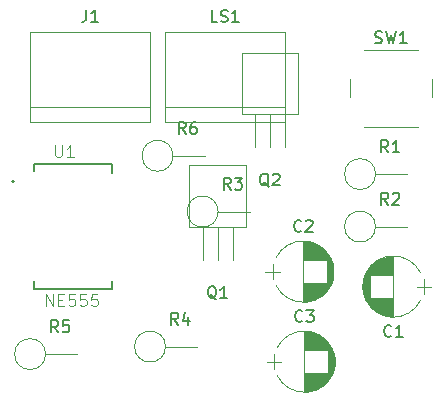
<source format=gto>
G04 #@! TF.GenerationSoftware,KiCad,Pcbnew,(5.1.2)-2*
G04 #@! TF.CreationDate,2019-08-24T13:29:16+07:00*
G04 #@! TF.ProjectId,siren_sound,73697265-6e5f-4736-9f75-6e642e6b6963,rev?*
G04 #@! TF.SameCoordinates,Original*
G04 #@! TF.FileFunction,Legend,Top*
G04 #@! TF.FilePolarity,Positive*
%FSLAX46Y46*%
G04 Gerber Fmt 4.6, Leading zero omitted, Abs format (unit mm)*
G04 Created by KiCad (PCBNEW (5.1.2)-2) date 2019-08-24 13:29:16*
%MOMM*%
%LPD*%
G04 APERTURE LIST*
%ADD10C,0.120000*%
%ADD11C,0.127000*%
%ADD12C,0.200000*%
%ADD13C,0.150000*%
%ADD14C,0.050000*%
G04 APERTURE END LIST*
D10*
X62865000Y-87630000D02*
X52705000Y-87630000D01*
X62865000Y-88900000D02*
X62865000Y-81280000D01*
X62865000Y-81280000D02*
X52705000Y-81280000D01*
X52705000Y-81280000D02*
X52705000Y-88900000D01*
X52705000Y-88900000D02*
X62865000Y-88900000D01*
X64135000Y-88900000D02*
X74295000Y-88900000D01*
X64135000Y-81280000D02*
X64135000Y-88900000D01*
X74295000Y-81280000D02*
X64135000Y-81280000D01*
X74295000Y-88900000D02*
X74295000Y-81280000D01*
X74295000Y-87630000D02*
X64135000Y-87630000D01*
X70625000Y-83075000D02*
X70625000Y-88265000D01*
X75425000Y-83075000D02*
X70625000Y-83075000D01*
X75425000Y-88265000D02*
X75425000Y-83075000D01*
X70625000Y-88265000D02*
X75425000Y-88265000D01*
X74295000Y-91055000D02*
X74295000Y-88265000D01*
X73025000Y-91055000D02*
X73025000Y-88265000D01*
X71755000Y-91055000D02*
X71755000Y-88265000D01*
X81955000Y-93345000D02*
G75*
G03X81955000Y-93345000I-1310000J0D01*
G01*
X81955000Y-93345000D02*
X84625000Y-93345000D01*
X64810000Y-91795001D02*
G75*
G03X64810000Y-91795001I-1310000J0D01*
G01*
X64810000Y-91795001D02*
X67480000Y-91795001D01*
X86760000Y-86820000D02*
X86760000Y-85320000D01*
X85510000Y-82820000D02*
X81010000Y-82820000D01*
X79760000Y-85320000D02*
X79760000Y-86820000D01*
X81010000Y-89320000D02*
X85510000Y-89320000D01*
D11*
X59655000Y-93290000D02*
X59655000Y-92490000D01*
X59655000Y-92490000D02*
X53055000Y-92490000D01*
X53055000Y-92490000D02*
X53055000Y-93090000D01*
X53055000Y-102390000D02*
X53055000Y-103090000D01*
X53055000Y-103090000D02*
X59655000Y-103090000D01*
X59655000Y-103090000D02*
X59655000Y-102390000D01*
D12*
X51355000Y-93990000D02*
G75*
G03X51355000Y-93990000I-100000J0D01*
G01*
D10*
X86055000Y-103520000D02*
X86055000Y-102220000D01*
X86655000Y-102870000D02*
X85455000Y-102870000D01*
X80894000Y-103224000D02*
X80894000Y-102516000D01*
X80934000Y-103429000D02*
X80934000Y-102311000D01*
X80974000Y-103577000D02*
X80974000Y-102163000D01*
X81014000Y-103699000D02*
X81014000Y-102041000D01*
X81054000Y-103804000D02*
X81054000Y-101936000D01*
X81094000Y-103898000D02*
X81094000Y-101842000D01*
X81134000Y-103982000D02*
X81134000Y-101758000D01*
X81174000Y-104059000D02*
X81174000Y-101681000D01*
X81214000Y-104131000D02*
X81214000Y-101609000D01*
X81254000Y-104197000D02*
X81254000Y-101543000D01*
X81294000Y-104260000D02*
X81294000Y-101480000D01*
X81334000Y-104318000D02*
X81334000Y-101422000D01*
X81374000Y-104374000D02*
X81374000Y-101366000D01*
X81414000Y-104426000D02*
X81414000Y-101314000D01*
X81454000Y-104476000D02*
X81454000Y-101264000D01*
X81494000Y-101890000D02*
X81494000Y-101216000D01*
X81494000Y-104524000D02*
X81494000Y-103850000D01*
X81534000Y-101890000D02*
X81534000Y-101171000D01*
X81534000Y-104569000D02*
X81534000Y-103850000D01*
X81574000Y-101890000D02*
X81574000Y-101128000D01*
X81574000Y-104612000D02*
X81574000Y-103850000D01*
X81614000Y-101890000D02*
X81614000Y-101087000D01*
X81614000Y-104653000D02*
X81614000Y-103850000D01*
X81654000Y-101890000D02*
X81654000Y-101047000D01*
X81654000Y-104693000D02*
X81654000Y-103850000D01*
X81694000Y-101890000D02*
X81694000Y-101009000D01*
X81694000Y-104731000D02*
X81694000Y-103850000D01*
X81734000Y-101890000D02*
X81734000Y-100973000D01*
X81734000Y-104767000D02*
X81734000Y-103850000D01*
X81774000Y-101890000D02*
X81774000Y-100938000D01*
X81774000Y-104802000D02*
X81774000Y-103850000D01*
X81814000Y-101890000D02*
X81814000Y-100905000D01*
X81814000Y-104835000D02*
X81814000Y-103850000D01*
X81854000Y-101890000D02*
X81854000Y-100873000D01*
X81854000Y-104867000D02*
X81854000Y-103850000D01*
X81894000Y-101890000D02*
X81894000Y-100842000D01*
X81894000Y-104898000D02*
X81894000Y-103850000D01*
X81934000Y-101890000D02*
X81934000Y-100812000D01*
X81934000Y-104928000D02*
X81934000Y-103850000D01*
X81974000Y-101890000D02*
X81974000Y-100784000D01*
X81974000Y-104956000D02*
X81974000Y-103850000D01*
X82014000Y-101890000D02*
X82014000Y-100757000D01*
X82014000Y-104983000D02*
X82014000Y-103850000D01*
X82054000Y-101890000D02*
X82054000Y-100730000D01*
X82054000Y-105010000D02*
X82054000Y-103850000D01*
X82094000Y-101890000D02*
X82094000Y-100705000D01*
X82094000Y-105035000D02*
X82094000Y-103850000D01*
X82134000Y-101890000D02*
X82134000Y-100681000D01*
X82134000Y-105059000D02*
X82134000Y-103850000D01*
X82174000Y-101890000D02*
X82174000Y-100658000D01*
X82174000Y-105082000D02*
X82174000Y-103850000D01*
X82214000Y-101890000D02*
X82214000Y-100636000D01*
X82214000Y-105104000D02*
X82214000Y-103850000D01*
X82254000Y-101890000D02*
X82254000Y-100614000D01*
X82254000Y-105126000D02*
X82254000Y-103850000D01*
X82294000Y-101890000D02*
X82294000Y-100594000D01*
X82294000Y-105146000D02*
X82294000Y-103850000D01*
X82334000Y-101890000D02*
X82334000Y-100574000D01*
X82334000Y-105166000D02*
X82334000Y-103850000D01*
X82374000Y-101890000D02*
X82374000Y-100555000D01*
X82374000Y-105185000D02*
X82374000Y-103850000D01*
X82414000Y-101890000D02*
X82414000Y-100537000D01*
X82414000Y-105203000D02*
X82414000Y-103850000D01*
X82454000Y-101890000D02*
X82454000Y-100520000D01*
X82454000Y-105220000D02*
X82454000Y-103850000D01*
X82494000Y-101890000D02*
X82494000Y-100504000D01*
X82494000Y-105236000D02*
X82494000Y-103850000D01*
X82534000Y-101890000D02*
X82534000Y-100488000D01*
X82534000Y-105252000D02*
X82534000Y-103850000D01*
X82574000Y-101890000D02*
X82574000Y-100474000D01*
X82574000Y-105266000D02*
X82574000Y-103850000D01*
X82614000Y-101890000D02*
X82614000Y-100460000D01*
X82614000Y-105280000D02*
X82614000Y-103850000D01*
X82654000Y-101890000D02*
X82654000Y-100446000D01*
X82654000Y-105294000D02*
X82654000Y-103850000D01*
X82694000Y-101890000D02*
X82694000Y-100434000D01*
X82694000Y-105306000D02*
X82694000Y-103850000D01*
X82734000Y-101890000D02*
X82734000Y-100422000D01*
X82734000Y-105318000D02*
X82734000Y-103850000D01*
X82775000Y-101890000D02*
X82775000Y-100410000D01*
X82775000Y-105330000D02*
X82775000Y-103850000D01*
X82815000Y-101890000D02*
X82815000Y-100400000D01*
X82815000Y-105340000D02*
X82815000Y-103850000D01*
X82855000Y-101890000D02*
X82855000Y-100390000D01*
X82855000Y-105350000D02*
X82855000Y-103850000D01*
X82895000Y-101890000D02*
X82895000Y-100381000D01*
X82895000Y-105359000D02*
X82895000Y-103850000D01*
X82935000Y-101890000D02*
X82935000Y-100372000D01*
X82935000Y-105368000D02*
X82935000Y-103850000D01*
X82975000Y-101890000D02*
X82975000Y-100364000D01*
X82975000Y-105376000D02*
X82975000Y-103850000D01*
X83015000Y-101890000D02*
X83015000Y-100357000D01*
X83015000Y-105383000D02*
X83015000Y-103850000D01*
X83055000Y-101890000D02*
X83055000Y-100351000D01*
X83055000Y-105389000D02*
X83055000Y-103850000D01*
X83095000Y-101890000D02*
X83095000Y-100345000D01*
X83095000Y-105395000D02*
X83095000Y-103850000D01*
X83135000Y-101890000D02*
X83135000Y-100339000D01*
X83135000Y-105401000D02*
X83135000Y-103850000D01*
X83175000Y-101890000D02*
X83175000Y-100335000D01*
X83175000Y-105405000D02*
X83175000Y-103850000D01*
X83215000Y-101890000D02*
X83215000Y-100331000D01*
X83215000Y-105409000D02*
X83215000Y-103850000D01*
X83255000Y-101890000D02*
X83255000Y-100327000D01*
X83255000Y-105413000D02*
X83255000Y-103850000D01*
X83295000Y-101890000D02*
X83295000Y-100324000D01*
X83295000Y-105416000D02*
X83295000Y-103850000D01*
X83335000Y-101890000D02*
X83335000Y-100322000D01*
X83335000Y-105418000D02*
X83335000Y-103850000D01*
X83375000Y-101890000D02*
X83375000Y-100321000D01*
X83375000Y-105419000D02*
X83375000Y-103850000D01*
X83415000Y-101890000D02*
X83415000Y-100320000D01*
X83415000Y-105420000D02*
X83415000Y-103850000D01*
X83455000Y-105420000D02*
X83455000Y-100320000D01*
X81149278Y-101690277D02*
G75*
G03X81149420Y-104050000I2305722J-1179723D01*
G01*
X81149278Y-101690277D02*
G75*
G02X85760580Y-101690000I2305722J-1179723D01*
G01*
X81149278Y-104049723D02*
G75*
G03X85760580Y-104050000I2305722J1179723D01*
G01*
X78140722Y-100420277D02*
G75*
G03X73529420Y-100420000I-2305722J-1179723D01*
G01*
X78140722Y-102779723D02*
G75*
G02X73529420Y-102780000I-2305722J1179723D01*
G01*
X78140722Y-102779723D02*
G75*
G03X78140580Y-100420000I-2305722J1179723D01*
G01*
X75835000Y-99050000D02*
X75835000Y-104150000D01*
X75875000Y-99050000D02*
X75875000Y-100620000D01*
X75875000Y-102580000D02*
X75875000Y-104150000D01*
X75915000Y-99051000D02*
X75915000Y-100620000D01*
X75915000Y-102580000D02*
X75915000Y-104149000D01*
X75955000Y-99052000D02*
X75955000Y-100620000D01*
X75955000Y-102580000D02*
X75955000Y-104148000D01*
X75995000Y-99054000D02*
X75995000Y-100620000D01*
X75995000Y-102580000D02*
X75995000Y-104146000D01*
X76035000Y-99057000D02*
X76035000Y-100620000D01*
X76035000Y-102580000D02*
X76035000Y-104143000D01*
X76075000Y-99061000D02*
X76075000Y-100620000D01*
X76075000Y-102580000D02*
X76075000Y-104139000D01*
X76115000Y-99065000D02*
X76115000Y-100620000D01*
X76115000Y-102580000D02*
X76115000Y-104135000D01*
X76155000Y-99069000D02*
X76155000Y-100620000D01*
X76155000Y-102580000D02*
X76155000Y-104131000D01*
X76195000Y-99075000D02*
X76195000Y-100620000D01*
X76195000Y-102580000D02*
X76195000Y-104125000D01*
X76235000Y-99081000D02*
X76235000Y-100620000D01*
X76235000Y-102580000D02*
X76235000Y-104119000D01*
X76275000Y-99087000D02*
X76275000Y-100620000D01*
X76275000Y-102580000D02*
X76275000Y-104113000D01*
X76315000Y-99094000D02*
X76315000Y-100620000D01*
X76315000Y-102580000D02*
X76315000Y-104106000D01*
X76355000Y-99102000D02*
X76355000Y-100620000D01*
X76355000Y-102580000D02*
X76355000Y-104098000D01*
X76395000Y-99111000D02*
X76395000Y-100620000D01*
X76395000Y-102580000D02*
X76395000Y-104089000D01*
X76435000Y-99120000D02*
X76435000Y-100620000D01*
X76435000Y-102580000D02*
X76435000Y-104080000D01*
X76475000Y-99130000D02*
X76475000Y-100620000D01*
X76475000Y-102580000D02*
X76475000Y-104070000D01*
X76515000Y-99140000D02*
X76515000Y-100620000D01*
X76515000Y-102580000D02*
X76515000Y-104060000D01*
X76556000Y-99152000D02*
X76556000Y-100620000D01*
X76556000Y-102580000D02*
X76556000Y-104048000D01*
X76596000Y-99164000D02*
X76596000Y-100620000D01*
X76596000Y-102580000D02*
X76596000Y-104036000D01*
X76636000Y-99176000D02*
X76636000Y-100620000D01*
X76636000Y-102580000D02*
X76636000Y-104024000D01*
X76676000Y-99190000D02*
X76676000Y-100620000D01*
X76676000Y-102580000D02*
X76676000Y-104010000D01*
X76716000Y-99204000D02*
X76716000Y-100620000D01*
X76716000Y-102580000D02*
X76716000Y-103996000D01*
X76756000Y-99218000D02*
X76756000Y-100620000D01*
X76756000Y-102580000D02*
X76756000Y-103982000D01*
X76796000Y-99234000D02*
X76796000Y-100620000D01*
X76796000Y-102580000D02*
X76796000Y-103966000D01*
X76836000Y-99250000D02*
X76836000Y-100620000D01*
X76836000Y-102580000D02*
X76836000Y-103950000D01*
X76876000Y-99267000D02*
X76876000Y-100620000D01*
X76876000Y-102580000D02*
X76876000Y-103933000D01*
X76916000Y-99285000D02*
X76916000Y-100620000D01*
X76916000Y-102580000D02*
X76916000Y-103915000D01*
X76956000Y-99304000D02*
X76956000Y-100620000D01*
X76956000Y-102580000D02*
X76956000Y-103896000D01*
X76996000Y-99324000D02*
X76996000Y-100620000D01*
X76996000Y-102580000D02*
X76996000Y-103876000D01*
X77036000Y-99344000D02*
X77036000Y-100620000D01*
X77036000Y-102580000D02*
X77036000Y-103856000D01*
X77076000Y-99366000D02*
X77076000Y-100620000D01*
X77076000Y-102580000D02*
X77076000Y-103834000D01*
X77116000Y-99388000D02*
X77116000Y-100620000D01*
X77116000Y-102580000D02*
X77116000Y-103812000D01*
X77156000Y-99411000D02*
X77156000Y-100620000D01*
X77156000Y-102580000D02*
X77156000Y-103789000D01*
X77196000Y-99435000D02*
X77196000Y-100620000D01*
X77196000Y-102580000D02*
X77196000Y-103765000D01*
X77236000Y-99460000D02*
X77236000Y-100620000D01*
X77236000Y-102580000D02*
X77236000Y-103740000D01*
X77276000Y-99487000D02*
X77276000Y-100620000D01*
X77276000Y-102580000D02*
X77276000Y-103713000D01*
X77316000Y-99514000D02*
X77316000Y-100620000D01*
X77316000Y-102580000D02*
X77316000Y-103686000D01*
X77356000Y-99542000D02*
X77356000Y-100620000D01*
X77356000Y-102580000D02*
X77356000Y-103658000D01*
X77396000Y-99572000D02*
X77396000Y-100620000D01*
X77396000Y-102580000D02*
X77396000Y-103628000D01*
X77436000Y-99603000D02*
X77436000Y-100620000D01*
X77436000Y-102580000D02*
X77436000Y-103597000D01*
X77476000Y-99635000D02*
X77476000Y-100620000D01*
X77476000Y-102580000D02*
X77476000Y-103565000D01*
X77516000Y-99668000D02*
X77516000Y-100620000D01*
X77516000Y-102580000D02*
X77516000Y-103532000D01*
X77556000Y-99703000D02*
X77556000Y-100620000D01*
X77556000Y-102580000D02*
X77556000Y-103497000D01*
X77596000Y-99739000D02*
X77596000Y-100620000D01*
X77596000Y-102580000D02*
X77596000Y-103461000D01*
X77636000Y-99777000D02*
X77636000Y-100620000D01*
X77636000Y-102580000D02*
X77636000Y-103423000D01*
X77676000Y-99817000D02*
X77676000Y-100620000D01*
X77676000Y-102580000D02*
X77676000Y-103383000D01*
X77716000Y-99858000D02*
X77716000Y-100620000D01*
X77716000Y-102580000D02*
X77716000Y-103342000D01*
X77756000Y-99901000D02*
X77756000Y-100620000D01*
X77756000Y-102580000D02*
X77756000Y-103299000D01*
X77796000Y-99946000D02*
X77796000Y-100620000D01*
X77796000Y-102580000D02*
X77796000Y-103254000D01*
X77836000Y-99994000D02*
X77836000Y-103206000D01*
X77876000Y-100044000D02*
X77876000Y-103156000D01*
X77916000Y-100096000D02*
X77916000Y-103104000D01*
X77956000Y-100152000D02*
X77956000Y-103048000D01*
X77996000Y-100210000D02*
X77996000Y-102990000D01*
X78036000Y-100273000D02*
X78036000Y-102927000D01*
X78076000Y-100339000D02*
X78076000Y-102861000D01*
X78116000Y-100411000D02*
X78116000Y-102789000D01*
X78156000Y-100488000D02*
X78156000Y-102712000D01*
X78196000Y-100572000D02*
X78196000Y-102628000D01*
X78236000Y-100666000D02*
X78236000Y-102534000D01*
X78276000Y-100771000D02*
X78276000Y-102429000D01*
X78316000Y-100893000D02*
X78316000Y-102307000D01*
X78356000Y-101041000D02*
X78356000Y-102159000D01*
X78396000Y-101246000D02*
X78396000Y-101954000D01*
X72635000Y-101600000D02*
X73835000Y-101600000D01*
X73235000Y-100950000D02*
X73235000Y-102250000D01*
X73330000Y-108570000D02*
X73330000Y-109870000D01*
X72730000Y-109220000D02*
X73930000Y-109220000D01*
X78491000Y-108866000D02*
X78491000Y-109574000D01*
X78451000Y-108661000D02*
X78451000Y-109779000D01*
X78411000Y-108513000D02*
X78411000Y-109927000D01*
X78371000Y-108391000D02*
X78371000Y-110049000D01*
X78331000Y-108286000D02*
X78331000Y-110154000D01*
X78291000Y-108192000D02*
X78291000Y-110248000D01*
X78251000Y-108108000D02*
X78251000Y-110332000D01*
X78211000Y-108031000D02*
X78211000Y-110409000D01*
X78171000Y-107959000D02*
X78171000Y-110481000D01*
X78131000Y-107893000D02*
X78131000Y-110547000D01*
X78091000Y-107830000D02*
X78091000Y-110610000D01*
X78051000Y-107772000D02*
X78051000Y-110668000D01*
X78011000Y-107716000D02*
X78011000Y-110724000D01*
X77971000Y-107664000D02*
X77971000Y-110776000D01*
X77931000Y-107614000D02*
X77931000Y-110826000D01*
X77891000Y-110200000D02*
X77891000Y-110874000D01*
X77891000Y-107566000D02*
X77891000Y-108240000D01*
X77851000Y-110200000D02*
X77851000Y-110919000D01*
X77851000Y-107521000D02*
X77851000Y-108240000D01*
X77811000Y-110200000D02*
X77811000Y-110962000D01*
X77811000Y-107478000D02*
X77811000Y-108240000D01*
X77771000Y-110200000D02*
X77771000Y-111003000D01*
X77771000Y-107437000D02*
X77771000Y-108240000D01*
X77731000Y-110200000D02*
X77731000Y-111043000D01*
X77731000Y-107397000D02*
X77731000Y-108240000D01*
X77691000Y-110200000D02*
X77691000Y-111081000D01*
X77691000Y-107359000D02*
X77691000Y-108240000D01*
X77651000Y-110200000D02*
X77651000Y-111117000D01*
X77651000Y-107323000D02*
X77651000Y-108240000D01*
X77611000Y-110200000D02*
X77611000Y-111152000D01*
X77611000Y-107288000D02*
X77611000Y-108240000D01*
X77571000Y-110200000D02*
X77571000Y-111185000D01*
X77571000Y-107255000D02*
X77571000Y-108240000D01*
X77531000Y-110200000D02*
X77531000Y-111217000D01*
X77531000Y-107223000D02*
X77531000Y-108240000D01*
X77491000Y-110200000D02*
X77491000Y-111248000D01*
X77491000Y-107192000D02*
X77491000Y-108240000D01*
X77451000Y-110200000D02*
X77451000Y-111278000D01*
X77451000Y-107162000D02*
X77451000Y-108240000D01*
X77411000Y-110200000D02*
X77411000Y-111306000D01*
X77411000Y-107134000D02*
X77411000Y-108240000D01*
X77371000Y-110200000D02*
X77371000Y-111333000D01*
X77371000Y-107107000D02*
X77371000Y-108240000D01*
X77331000Y-110200000D02*
X77331000Y-111360000D01*
X77331000Y-107080000D02*
X77331000Y-108240000D01*
X77291000Y-110200000D02*
X77291000Y-111385000D01*
X77291000Y-107055000D02*
X77291000Y-108240000D01*
X77251000Y-110200000D02*
X77251000Y-111409000D01*
X77251000Y-107031000D02*
X77251000Y-108240000D01*
X77211000Y-110200000D02*
X77211000Y-111432000D01*
X77211000Y-107008000D02*
X77211000Y-108240000D01*
X77171000Y-110200000D02*
X77171000Y-111454000D01*
X77171000Y-106986000D02*
X77171000Y-108240000D01*
X77131000Y-110200000D02*
X77131000Y-111476000D01*
X77131000Y-106964000D02*
X77131000Y-108240000D01*
X77091000Y-110200000D02*
X77091000Y-111496000D01*
X77091000Y-106944000D02*
X77091000Y-108240000D01*
X77051000Y-110200000D02*
X77051000Y-111516000D01*
X77051000Y-106924000D02*
X77051000Y-108240000D01*
X77011000Y-110200000D02*
X77011000Y-111535000D01*
X77011000Y-106905000D02*
X77011000Y-108240000D01*
X76971000Y-110200000D02*
X76971000Y-111553000D01*
X76971000Y-106887000D02*
X76971000Y-108240000D01*
X76931000Y-110200000D02*
X76931000Y-111570000D01*
X76931000Y-106870000D02*
X76931000Y-108240000D01*
X76891000Y-110200000D02*
X76891000Y-111586000D01*
X76891000Y-106854000D02*
X76891000Y-108240000D01*
X76851000Y-110200000D02*
X76851000Y-111602000D01*
X76851000Y-106838000D02*
X76851000Y-108240000D01*
X76811000Y-110200000D02*
X76811000Y-111616000D01*
X76811000Y-106824000D02*
X76811000Y-108240000D01*
X76771000Y-110200000D02*
X76771000Y-111630000D01*
X76771000Y-106810000D02*
X76771000Y-108240000D01*
X76731000Y-110200000D02*
X76731000Y-111644000D01*
X76731000Y-106796000D02*
X76731000Y-108240000D01*
X76691000Y-110200000D02*
X76691000Y-111656000D01*
X76691000Y-106784000D02*
X76691000Y-108240000D01*
X76651000Y-110200000D02*
X76651000Y-111668000D01*
X76651000Y-106772000D02*
X76651000Y-108240000D01*
X76610000Y-110200000D02*
X76610000Y-111680000D01*
X76610000Y-106760000D02*
X76610000Y-108240000D01*
X76570000Y-110200000D02*
X76570000Y-111690000D01*
X76570000Y-106750000D02*
X76570000Y-108240000D01*
X76530000Y-110200000D02*
X76530000Y-111700000D01*
X76530000Y-106740000D02*
X76530000Y-108240000D01*
X76490000Y-110200000D02*
X76490000Y-111709000D01*
X76490000Y-106731000D02*
X76490000Y-108240000D01*
X76450000Y-110200000D02*
X76450000Y-111718000D01*
X76450000Y-106722000D02*
X76450000Y-108240000D01*
X76410000Y-110200000D02*
X76410000Y-111726000D01*
X76410000Y-106714000D02*
X76410000Y-108240000D01*
X76370000Y-110200000D02*
X76370000Y-111733000D01*
X76370000Y-106707000D02*
X76370000Y-108240000D01*
X76330000Y-110200000D02*
X76330000Y-111739000D01*
X76330000Y-106701000D02*
X76330000Y-108240000D01*
X76290000Y-110200000D02*
X76290000Y-111745000D01*
X76290000Y-106695000D02*
X76290000Y-108240000D01*
X76250000Y-110200000D02*
X76250000Y-111751000D01*
X76250000Y-106689000D02*
X76250000Y-108240000D01*
X76210000Y-110200000D02*
X76210000Y-111755000D01*
X76210000Y-106685000D02*
X76210000Y-108240000D01*
X76170000Y-110200000D02*
X76170000Y-111759000D01*
X76170000Y-106681000D02*
X76170000Y-108240000D01*
X76130000Y-110200000D02*
X76130000Y-111763000D01*
X76130000Y-106677000D02*
X76130000Y-108240000D01*
X76090000Y-110200000D02*
X76090000Y-111766000D01*
X76090000Y-106674000D02*
X76090000Y-108240000D01*
X76050000Y-110200000D02*
X76050000Y-111768000D01*
X76050000Y-106672000D02*
X76050000Y-108240000D01*
X76010000Y-110200000D02*
X76010000Y-111769000D01*
X76010000Y-106671000D02*
X76010000Y-108240000D01*
X75970000Y-110200000D02*
X75970000Y-111770000D01*
X75970000Y-106670000D02*
X75970000Y-108240000D01*
X75930000Y-106670000D02*
X75930000Y-111770000D01*
X78235722Y-110399723D02*
G75*
G03X78235580Y-108040000I-2305722J1179723D01*
G01*
X78235722Y-110399723D02*
G75*
G02X73624420Y-110400000I-2305722J1179723D01*
G01*
X78235722Y-108040277D02*
G75*
G03X73624420Y-108040000I-2305722J-1179723D01*
G01*
X66180000Y-92600000D02*
X66180000Y-97790000D01*
X70980000Y-92600000D02*
X66180000Y-92600000D01*
X70980000Y-97790000D02*
X70980000Y-92600000D01*
X66180000Y-97790000D02*
X70980000Y-97790000D01*
X69850000Y-100580000D02*
X69850000Y-97790000D01*
X68580000Y-100580000D02*
X68580000Y-97790000D01*
X67310000Y-100580000D02*
X67310000Y-97790000D01*
X81955000Y-97790000D02*
G75*
G03X81955000Y-97790000I-1310000J0D01*
G01*
X81955000Y-97790000D02*
X84625000Y-97790000D01*
X68620000Y-96520000D02*
X71290000Y-96520000D01*
X68620000Y-96520000D02*
G75*
G03X68620000Y-96520000I-1310000J0D01*
G01*
X64175000Y-107950000D02*
G75*
G03X64175000Y-107950000I-1310000J0D01*
G01*
X64175000Y-107950000D02*
X66845000Y-107950000D01*
X54015000Y-108585000D02*
X56685000Y-108585000D01*
X54015000Y-108585000D02*
G75*
G03X54015000Y-108585000I-1310000J0D01*
G01*
D13*
X57451666Y-79462380D02*
X57451666Y-80176666D01*
X57404047Y-80319523D01*
X57308809Y-80414761D01*
X57165952Y-80462380D01*
X57070714Y-80462380D01*
X58451666Y-80462380D02*
X57880238Y-80462380D01*
X58165952Y-80462380D02*
X58165952Y-79462380D01*
X58070714Y-79605238D01*
X57975476Y-79700476D01*
X57880238Y-79748095D01*
X68572142Y-80462380D02*
X68095952Y-80462380D01*
X68095952Y-79462380D01*
X68857857Y-80414761D02*
X69000714Y-80462380D01*
X69238809Y-80462380D01*
X69334047Y-80414761D01*
X69381666Y-80367142D01*
X69429285Y-80271904D01*
X69429285Y-80176666D01*
X69381666Y-80081428D01*
X69334047Y-80033809D01*
X69238809Y-79986190D01*
X69048333Y-79938571D01*
X68953095Y-79890952D01*
X68905476Y-79843333D01*
X68857857Y-79748095D01*
X68857857Y-79652857D01*
X68905476Y-79557619D01*
X68953095Y-79510000D01*
X69048333Y-79462380D01*
X69286428Y-79462380D01*
X69429285Y-79510000D01*
X70381666Y-80462380D02*
X69810238Y-80462380D01*
X70095952Y-80462380D02*
X70095952Y-79462380D01*
X70000714Y-79605238D01*
X69905476Y-79700476D01*
X69810238Y-79748095D01*
X72929761Y-94402619D02*
X72834523Y-94355000D01*
X72739285Y-94259761D01*
X72596428Y-94116904D01*
X72501190Y-94069285D01*
X72405952Y-94069285D01*
X72453571Y-94307380D02*
X72358333Y-94259761D01*
X72263095Y-94164523D01*
X72215476Y-93974047D01*
X72215476Y-93640714D01*
X72263095Y-93450238D01*
X72358333Y-93355000D01*
X72453571Y-93307380D01*
X72644047Y-93307380D01*
X72739285Y-93355000D01*
X72834523Y-93450238D01*
X72882142Y-93640714D01*
X72882142Y-93974047D01*
X72834523Y-94164523D01*
X72739285Y-94259761D01*
X72644047Y-94307380D01*
X72453571Y-94307380D01*
X73263095Y-93402619D02*
X73310714Y-93355000D01*
X73405952Y-93307380D01*
X73644047Y-93307380D01*
X73739285Y-93355000D01*
X73786904Y-93402619D01*
X73834523Y-93497857D01*
X73834523Y-93593095D01*
X73786904Y-93735952D01*
X73215476Y-94307380D01*
X73834523Y-94307380D01*
X83018333Y-91487380D02*
X82685000Y-91011190D01*
X82446904Y-91487380D02*
X82446904Y-90487380D01*
X82827857Y-90487380D01*
X82923095Y-90535000D01*
X82970714Y-90582619D01*
X83018333Y-90677857D01*
X83018333Y-90820714D01*
X82970714Y-90915952D01*
X82923095Y-90963571D01*
X82827857Y-91011190D01*
X82446904Y-91011190D01*
X83970714Y-91487380D02*
X83399285Y-91487380D01*
X83685000Y-91487380D02*
X83685000Y-90487380D01*
X83589761Y-90630238D01*
X83494523Y-90725476D01*
X83399285Y-90773095D01*
X65873333Y-89937381D02*
X65540000Y-89461191D01*
X65301904Y-89937381D02*
X65301904Y-88937381D01*
X65682857Y-88937381D01*
X65778095Y-88985001D01*
X65825714Y-89032620D01*
X65873333Y-89127858D01*
X65873333Y-89270715D01*
X65825714Y-89365953D01*
X65778095Y-89413572D01*
X65682857Y-89461191D01*
X65301904Y-89461191D01*
X66730476Y-88937381D02*
X66540000Y-88937381D01*
X66444761Y-88985001D01*
X66397142Y-89032620D01*
X66301904Y-89175477D01*
X66254285Y-89365953D01*
X66254285Y-89746905D01*
X66301904Y-89842143D01*
X66349523Y-89889762D01*
X66444761Y-89937381D01*
X66635238Y-89937381D01*
X66730476Y-89889762D01*
X66778095Y-89842143D01*
X66825714Y-89746905D01*
X66825714Y-89508810D01*
X66778095Y-89413572D01*
X66730476Y-89365953D01*
X66635238Y-89318334D01*
X66444761Y-89318334D01*
X66349523Y-89365953D01*
X66301904Y-89413572D01*
X66254285Y-89508810D01*
X81926666Y-82224761D02*
X82069523Y-82272380D01*
X82307619Y-82272380D01*
X82402857Y-82224761D01*
X82450476Y-82177142D01*
X82498095Y-82081904D01*
X82498095Y-81986666D01*
X82450476Y-81891428D01*
X82402857Y-81843809D01*
X82307619Y-81796190D01*
X82117142Y-81748571D01*
X82021904Y-81700952D01*
X81974285Y-81653333D01*
X81926666Y-81558095D01*
X81926666Y-81462857D01*
X81974285Y-81367619D01*
X82021904Y-81320000D01*
X82117142Y-81272380D01*
X82355238Y-81272380D01*
X82498095Y-81320000D01*
X82831428Y-81272380D02*
X83069523Y-82272380D01*
X83260000Y-81558095D01*
X83450476Y-82272380D01*
X83688571Y-81272380D01*
X84593333Y-82272380D02*
X84021904Y-82272380D01*
X84307619Y-82272380D02*
X84307619Y-81272380D01*
X84212380Y-81415238D01*
X84117142Y-81510476D01*
X84021904Y-81558095D01*
D14*
X54830363Y-90895035D02*
X54830363Y-91706016D01*
X54878068Y-91801425D01*
X54925773Y-91849130D01*
X55021182Y-91896835D01*
X55212001Y-91896835D01*
X55307411Y-91849130D01*
X55355116Y-91801425D01*
X55402820Y-91706016D01*
X55402820Y-90895035D01*
X56404620Y-91896835D02*
X55832163Y-91896835D01*
X56118392Y-91896835D02*
X56118392Y-90895035D01*
X56022982Y-91038149D01*
X55927573Y-91133559D01*
X55832163Y-91181263D01*
X54061198Y-104513631D02*
X54061198Y-103512701D01*
X54633158Y-104513631D01*
X54633158Y-103512701D01*
X55109791Y-103989335D02*
X55443435Y-103989335D01*
X55586425Y-104513631D02*
X55109791Y-104513631D01*
X55109791Y-103512701D01*
X55586425Y-103512701D01*
X56492028Y-103512701D02*
X56015395Y-103512701D01*
X55967731Y-103989335D01*
X56015395Y-103941671D01*
X56110721Y-103894008D01*
X56349038Y-103894008D01*
X56444365Y-103941671D01*
X56492028Y-103989335D01*
X56539691Y-104084661D01*
X56539691Y-104322978D01*
X56492028Y-104418305D01*
X56444365Y-104465968D01*
X56349038Y-104513631D01*
X56110721Y-104513631D01*
X56015395Y-104465968D01*
X55967731Y-104418305D01*
X57445295Y-103512701D02*
X56968661Y-103512701D01*
X56920998Y-103989335D01*
X56968661Y-103941671D01*
X57063988Y-103894008D01*
X57302305Y-103894008D01*
X57397631Y-103941671D01*
X57445295Y-103989335D01*
X57492958Y-104084661D01*
X57492958Y-104322978D01*
X57445295Y-104418305D01*
X57397631Y-104465968D01*
X57302305Y-104513631D01*
X57063988Y-104513631D01*
X56968661Y-104465968D01*
X56920998Y-104418305D01*
X58398561Y-103512701D02*
X57921928Y-103512701D01*
X57874265Y-103989335D01*
X57921928Y-103941671D01*
X58017255Y-103894008D01*
X58255571Y-103894008D01*
X58350898Y-103941671D01*
X58398561Y-103989335D01*
X58446225Y-104084661D01*
X58446225Y-104322978D01*
X58398561Y-104418305D01*
X58350898Y-104465968D01*
X58255571Y-104513631D01*
X58017255Y-104513631D01*
X57921928Y-104465968D01*
X57874265Y-104418305D01*
D13*
X83288333Y-107037142D02*
X83240714Y-107084761D01*
X83097857Y-107132380D01*
X83002619Y-107132380D01*
X82859761Y-107084761D01*
X82764523Y-106989523D01*
X82716904Y-106894285D01*
X82669285Y-106703809D01*
X82669285Y-106560952D01*
X82716904Y-106370476D01*
X82764523Y-106275238D01*
X82859761Y-106180000D01*
X83002619Y-106132380D01*
X83097857Y-106132380D01*
X83240714Y-106180000D01*
X83288333Y-106227619D01*
X84240714Y-107132380D02*
X83669285Y-107132380D01*
X83955000Y-107132380D02*
X83955000Y-106132380D01*
X83859761Y-106275238D01*
X83764523Y-106370476D01*
X83669285Y-106418095D01*
X75668333Y-98147142D02*
X75620714Y-98194761D01*
X75477857Y-98242380D01*
X75382619Y-98242380D01*
X75239761Y-98194761D01*
X75144523Y-98099523D01*
X75096904Y-98004285D01*
X75049285Y-97813809D01*
X75049285Y-97670952D01*
X75096904Y-97480476D01*
X75144523Y-97385238D01*
X75239761Y-97290000D01*
X75382619Y-97242380D01*
X75477857Y-97242380D01*
X75620714Y-97290000D01*
X75668333Y-97337619D01*
X76049285Y-97337619D02*
X76096904Y-97290000D01*
X76192142Y-97242380D01*
X76430238Y-97242380D01*
X76525476Y-97290000D01*
X76573095Y-97337619D01*
X76620714Y-97432857D01*
X76620714Y-97528095D01*
X76573095Y-97670952D01*
X76001666Y-98242380D01*
X76620714Y-98242380D01*
X75763333Y-105767142D02*
X75715714Y-105814761D01*
X75572857Y-105862380D01*
X75477619Y-105862380D01*
X75334761Y-105814761D01*
X75239523Y-105719523D01*
X75191904Y-105624285D01*
X75144285Y-105433809D01*
X75144285Y-105290952D01*
X75191904Y-105100476D01*
X75239523Y-105005238D01*
X75334761Y-104910000D01*
X75477619Y-104862380D01*
X75572857Y-104862380D01*
X75715714Y-104910000D01*
X75763333Y-104957619D01*
X76096666Y-104862380D02*
X76715714Y-104862380D01*
X76382380Y-105243333D01*
X76525238Y-105243333D01*
X76620476Y-105290952D01*
X76668095Y-105338571D01*
X76715714Y-105433809D01*
X76715714Y-105671904D01*
X76668095Y-105767142D01*
X76620476Y-105814761D01*
X76525238Y-105862380D01*
X76239523Y-105862380D01*
X76144285Y-105814761D01*
X76096666Y-105767142D01*
X68484761Y-103927619D02*
X68389523Y-103880000D01*
X68294285Y-103784761D01*
X68151428Y-103641904D01*
X68056190Y-103594285D01*
X67960952Y-103594285D01*
X68008571Y-103832380D02*
X67913333Y-103784761D01*
X67818095Y-103689523D01*
X67770476Y-103499047D01*
X67770476Y-103165714D01*
X67818095Y-102975238D01*
X67913333Y-102880000D01*
X68008571Y-102832380D01*
X68199047Y-102832380D01*
X68294285Y-102880000D01*
X68389523Y-102975238D01*
X68437142Y-103165714D01*
X68437142Y-103499047D01*
X68389523Y-103689523D01*
X68294285Y-103784761D01*
X68199047Y-103832380D01*
X68008571Y-103832380D01*
X69389523Y-103832380D02*
X68818095Y-103832380D01*
X69103809Y-103832380D02*
X69103809Y-102832380D01*
X69008571Y-102975238D01*
X68913333Y-103070476D01*
X68818095Y-103118095D01*
X83018333Y-95932380D02*
X82685000Y-95456190D01*
X82446904Y-95932380D02*
X82446904Y-94932380D01*
X82827857Y-94932380D01*
X82923095Y-94980000D01*
X82970714Y-95027619D01*
X83018333Y-95122857D01*
X83018333Y-95265714D01*
X82970714Y-95360952D01*
X82923095Y-95408571D01*
X82827857Y-95456190D01*
X82446904Y-95456190D01*
X83399285Y-95027619D02*
X83446904Y-94980000D01*
X83542142Y-94932380D01*
X83780238Y-94932380D01*
X83875476Y-94980000D01*
X83923095Y-95027619D01*
X83970714Y-95122857D01*
X83970714Y-95218095D01*
X83923095Y-95360952D01*
X83351666Y-95932380D01*
X83970714Y-95932380D01*
X69683333Y-94662380D02*
X69350000Y-94186190D01*
X69111904Y-94662380D02*
X69111904Y-93662380D01*
X69492857Y-93662380D01*
X69588095Y-93710000D01*
X69635714Y-93757619D01*
X69683333Y-93852857D01*
X69683333Y-93995714D01*
X69635714Y-94090952D01*
X69588095Y-94138571D01*
X69492857Y-94186190D01*
X69111904Y-94186190D01*
X70016666Y-93662380D02*
X70635714Y-93662380D01*
X70302380Y-94043333D01*
X70445238Y-94043333D01*
X70540476Y-94090952D01*
X70588095Y-94138571D01*
X70635714Y-94233809D01*
X70635714Y-94471904D01*
X70588095Y-94567142D01*
X70540476Y-94614761D01*
X70445238Y-94662380D01*
X70159523Y-94662380D01*
X70064285Y-94614761D01*
X70016666Y-94567142D01*
X65238333Y-106092380D02*
X64905000Y-105616190D01*
X64666904Y-106092380D02*
X64666904Y-105092380D01*
X65047857Y-105092380D01*
X65143095Y-105140000D01*
X65190714Y-105187619D01*
X65238333Y-105282857D01*
X65238333Y-105425714D01*
X65190714Y-105520952D01*
X65143095Y-105568571D01*
X65047857Y-105616190D01*
X64666904Y-105616190D01*
X66095476Y-105425714D02*
X66095476Y-106092380D01*
X65857380Y-105044761D02*
X65619285Y-105759047D01*
X66238333Y-105759047D01*
X55078333Y-106727380D02*
X54745000Y-106251190D01*
X54506904Y-106727380D02*
X54506904Y-105727380D01*
X54887857Y-105727380D01*
X54983095Y-105775000D01*
X55030714Y-105822619D01*
X55078333Y-105917857D01*
X55078333Y-106060714D01*
X55030714Y-106155952D01*
X54983095Y-106203571D01*
X54887857Y-106251190D01*
X54506904Y-106251190D01*
X55983095Y-105727380D02*
X55506904Y-105727380D01*
X55459285Y-106203571D01*
X55506904Y-106155952D01*
X55602142Y-106108333D01*
X55840238Y-106108333D01*
X55935476Y-106155952D01*
X55983095Y-106203571D01*
X56030714Y-106298809D01*
X56030714Y-106536904D01*
X55983095Y-106632142D01*
X55935476Y-106679761D01*
X55840238Y-106727380D01*
X55602142Y-106727380D01*
X55506904Y-106679761D01*
X55459285Y-106632142D01*
M02*

</source>
